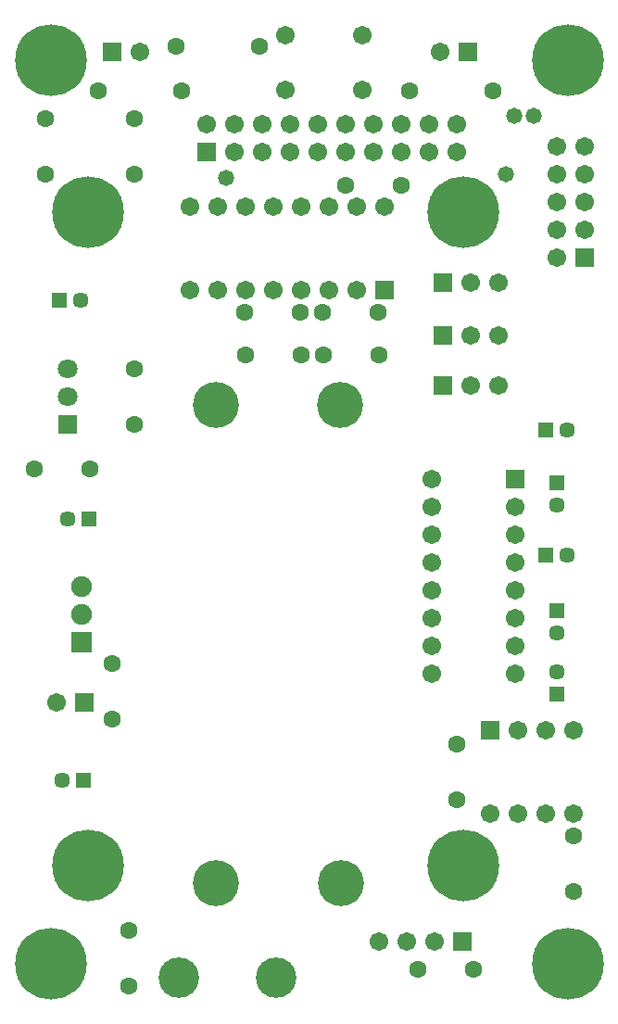
<source format=gts>
%FSAX24Y24*%
%MOIN*%
G70*
G01*
G75*
G04 Layer_Color=8388736*
%ADD10C,0.0120*%
%ADD11C,0.0100*%
%ADD12C,0.0150*%
%ADD13C,0.0591*%
%ADD14R,0.0591X0.0591*%
%ADD15C,0.0551*%
%ADD16C,0.0492*%
%ADD17R,0.0492X0.0492*%
%ADD18R,0.0591X0.0591*%
%ADD19C,0.0591*%
%ADD20R,0.0492X0.0492*%
%ADD21C,0.0669*%
%ADD22R,0.0669X0.0669*%
%ADD23R,0.0591X0.0591*%
%ADD24C,0.2500*%
%ADD25R,0.0591X0.0591*%
%ADD26C,0.1378*%
%ADD27C,0.1575*%
%ADD28R,0.0630X0.0630*%
%ADD29C,0.0630*%
%ADD30C,0.0500*%
%ADD31C,0.0079*%
%ADD32C,0.0400*%
%ADD33C,0.0098*%
%ADD34C,0.0197*%
%ADD35C,0.0080*%
%ADD36C,0.0050*%
%ADD37C,0.0059*%
%ADD38C,0.0010*%
%ADD39C,0.0671*%
%ADD40R,0.0671X0.0671*%
%ADD41C,0.0631*%
%ADD42C,0.0572*%
%ADD43R,0.0572X0.0572*%
%ADD44R,0.0671X0.0671*%
%ADD45C,0.0671*%
%ADD46R,0.0572X0.0572*%
%ADD47C,0.0749*%
%ADD48R,0.0749X0.0749*%
%ADD49R,0.0671X0.0671*%
%ADD50C,0.2580*%
%ADD51R,0.0671X0.0671*%
%ADD52C,0.1458*%
%ADD53C,0.1655*%
%ADD54R,0.0710X0.0710*%
%ADD55C,0.0710*%
%ADD56C,0.0580*%
D39*
X068600Y083600D02*
D03*
X069600D02*
D03*
X068600Y082600D02*
D03*
X069600D02*
D03*
X068600Y081600D02*
D03*
X069600D02*
D03*
X068600Y080600D02*
D03*
X069600D02*
D03*
X068600Y079600D02*
D03*
X061597Y085635D02*
D03*
X058841D02*
D03*
Y087603D02*
D03*
X061597D02*
D03*
X050600Y063600D02*
D03*
X065500Y078700D02*
D03*
X066500D02*
D03*
X065500Y076800D02*
D03*
X066500D02*
D03*
X062200Y055000D02*
D03*
X063200D02*
D03*
X064200D02*
D03*
X065500Y075000D02*
D03*
X066500D02*
D03*
X056000Y084400D02*
D03*
X057000Y083400D02*
D03*
Y084400D02*
D03*
X058000Y083400D02*
D03*
Y084400D02*
D03*
X059000Y083400D02*
D03*
Y084400D02*
D03*
X060000Y083400D02*
D03*
Y084400D02*
D03*
X061000Y083400D02*
D03*
Y084400D02*
D03*
X062000Y083400D02*
D03*
Y084400D02*
D03*
X063000Y083400D02*
D03*
Y084400D02*
D03*
X064000Y083400D02*
D03*
Y084400D02*
D03*
X065000Y083400D02*
D03*
Y084400D02*
D03*
X053600Y087000D02*
D03*
X064400D02*
D03*
D40*
X069600Y079600D02*
D03*
D41*
X053400Y084600D02*
D03*
Y082600D02*
D03*
X051800Y072000D02*
D03*
X049800D02*
D03*
X062177Y077624D02*
D03*
X060177D02*
D03*
X059377D02*
D03*
X057377D02*
D03*
X062200Y076100D02*
D03*
X060200D02*
D03*
X057400D02*
D03*
X059400D02*
D03*
X065600Y054000D02*
D03*
X063600D02*
D03*
X063300Y085600D02*
D03*
X066300D02*
D03*
X052100D02*
D03*
X055100D02*
D03*
X063000Y082200D02*
D03*
X061000D02*
D03*
X065000Y062100D02*
D03*
Y060100D02*
D03*
X050200Y082600D02*
D03*
Y084600D02*
D03*
X057900Y087200D02*
D03*
X054900D02*
D03*
X069200Y056800D02*
D03*
Y058800D02*
D03*
X052600Y063000D02*
D03*
Y065000D02*
D03*
X053400Y073600D02*
D03*
Y075600D02*
D03*
X053200Y055400D02*
D03*
Y053400D02*
D03*
D42*
X051006Y070200D02*
D03*
X068600Y070706D02*
D03*
Y066106D02*
D03*
X068994Y068900D02*
D03*
Y073400D02*
D03*
X068600Y064694D02*
D03*
X051494Y078075D02*
D03*
X050806Y060800D02*
D03*
D43*
X051794Y070200D02*
D03*
X068206Y068900D02*
D03*
Y073400D02*
D03*
X050706Y078075D02*
D03*
X051594Y060800D02*
D03*
D44*
X067097Y071631D02*
D03*
D45*
Y070631D02*
D03*
Y069632D02*
D03*
Y068632D02*
D03*
Y067632D02*
D03*
Y066631D02*
D03*
Y065631D02*
D03*
Y064632D02*
D03*
X064097Y071631D02*
D03*
Y070631D02*
D03*
Y069632D02*
D03*
Y068632D02*
D03*
Y067632D02*
D03*
Y066631D02*
D03*
Y065631D02*
D03*
Y064632D02*
D03*
X061427Y078424D02*
D03*
X060427D02*
D03*
X059427D02*
D03*
X058427D02*
D03*
X057427D02*
D03*
X056427D02*
D03*
X055427D02*
D03*
X062427Y081424D02*
D03*
X061427D02*
D03*
X060427D02*
D03*
X059427D02*
D03*
X058427D02*
D03*
X057427D02*
D03*
X056427D02*
D03*
X055427D02*
D03*
X067200Y062600D02*
D03*
X068200D02*
D03*
X069200D02*
D03*
X066200Y059600D02*
D03*
X067200D02*
D03*
X068200D02*
D03*
X069200D02*
D03*
D46*
X068600Y071494D02*
D03*
Y066894D02*
D03*
Y063906D02*
D03*
D47*
X051500Y067775D02*
D03*
Y066775D02*
D03*
D48*
Y065775D02*
D03*
D49*
X051600Y063600D02*
D03*
X064500Y078700D02*
D03*
Y076800D02*
D03*
X065200Y055000D02*
D03*
X064500Y075000D02*
D03*
X056000Y083400D02*
D03*
X052600Y087000D02*
D03*
X065400D02*
D03*
D50*
X051734Y057736D02*
D03*
X065234D02*
D03*
Y081236D02*
D03*
X051734D02*
D03*
X050400Y086700D02*
D03*
X069000D02*
D03*
Y054200D02*
D03*
X050400D02*
D03*
D51*
X062427Y078424D02*
D03*
X066200Y062600D02*
D03*
D52*
X058500Y053700D02*
D03*
X055000D02*
D03*
D53*
X060850Y057100D02*
D03*
X056350D02*
D03*
Y074300D02*
D03*
X060800D02*
D03*
D54*
X051000Y073600D02*
D03*
D55*
Y074600D02*
D03*
Y075600D02*
D03*
D56*
X066790Y082600D02*
D03*
X056720Y082470D02*
D03*
X067090Y084710D02*
D03*
X067770Y084700D02*
D03*
M02*

</source>
